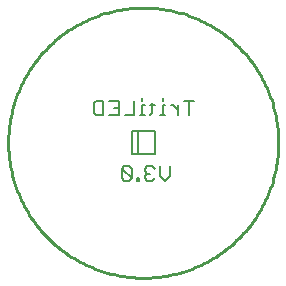
<source format=gbo>
G75*
%MOIN*%
%OFA0B0*%
%FSLAX25Y25*%
%IPPOS*%
%LPD*%
%AMOC8*
5,1,8,0,0,1.08239X$1,22.5*
%
%ADD10C,0.01000*%
%ADD11C,0.00700*%
%ADD12C,0.00500*%
D10*
X0001600Y0047850D02*
X0001614Y0048954D01*
X0001654Y0050058D01*
X0001722Y0051160D01*
X0001817Y0052261D01*
X0001938Y0053358D01*
X0002087Y0054453D01*
X0002263Y0055543D01*
X0002465Y0056629D01*
X0002693Y0057710D01*
X0002949Y0058784D01*
X0003230Y0059852D01*
X0003538Y0060913D01*
X0003871Y0061966D01*
X0004231Y0063010D01*
X0004615Y0064045D01*
X0005025Y0065071D01*
X0005461Y0066086D01*
X0005920Y0067090D01*
X0006405Y0068083D01*
X0006914Y0069063D01*
X0007446Y0070030D01*
X0008002Y0070985D01*
X0008582Y0071925D01*
X0009184Y0072851D01*
X0009809Y0073761D01*
X0010456Y0074656D01*
X0011124Y0075535D01*
X0011815Y0076398D01*
X0012526Y0077243D01*
X0013257Y0078070D01*
X0014009Y0078879D01*
X0014780Y0079670D01*
X0015571Y0080441D01*
X0016380Y0081193D01*
X0017207Y0081924D01*
X0018052Y0082635D01*
X0018915Y0083326D01*
X0019794Y0083994D01*
X0020689Y0084641D01*
X0021599Y0085266D01*
X0022525Y0085868D01*
X0023465Y0086448D01*
X0024420Y0087004D01*
X0025387Y0087536D01*
X0026367Y0088045D01*
X0027360Y0088530D01*
X0028364Y0088989D01*
X0029379Y0089425D01*
X0030405Y0089835D01*
X0031440Y0090219D01*
X0032484Y0090579D01*
X0033537Y0090912D01*
X0034598Y0091220D01*
X0035666Y0091501D01*
X0036740Y0091757D01*
X0037821Y0091985D01*
X0038907Y0092187D01*
X0039997Y0092363D01*
X0041092Y0092512D01*
X0042189Y0092633D01*
X0043290Y0092728D01*
X0044392Y0092796D01*
X0045496Y0092836D01*
X0046600Y0092850D01*
X0047704Y0092836D01*
X0048808Y0092796D01*
X0049910Y0092728D01*
X0051011Y0092633D01*
X0052108Y0092512D01*
X0053203Y0092363D01*
X0054293Y0092187D01*
X0055379Y0091985D01*
X0056460Y0091757D01*
X0057534Y0091501D01*
X0058602Y0091220D01*
X0059663Y0090912D01*
X0060716Y0090579D01*
X0061760Y0090219D01*
X0062795Y0089835D01*
X0063821Y0089425D01*
X0064836Y0088989D01*
X0065840Y0088530D01*
X0066833Y0088045D01*
X0067813Y0087536D01*
X0068780Y0087004D01*
X0069735Y0086448D01*
X0070675Y0085868D01*
X0071601Y0085266D01*
X0072511Y0084641D01*
X0073406Y0083994D01*
X0074285Y0083326D01*
X0075148Y0082635D01*
X0075993Y0081924D01*
X0076820Y0081193D01*
X0077629Y0080441D01*
X0078420Y0079670D01*
X0079191Y0078879D01*
X0079943Y0078070D01*
X0080674Y0077243D01*
X0081385Y0076398D01*
X0082076Y0075535D01*
X0082744Y0074656D01*
X0083391Y0073761D01*
X0084016Y0072851D01*
X0084618Y0071925D01*
X0085198Y0070985D01*
X0085754Y0070030D01*
X0086286Y0069063D01*
X0086795Y0068083D01*
X0087280Y0067090D01*
X0087739Y0066086D01*
X0088175Y0065071D01*
X0088585Y0064045D01*
X0088969Y0063010D01*
X0089329Y0061966D01*
X0089662Y0060913D01*
X0089970Y0059852D01*
X0090251Y0058784D01*
X0090507Y0057710D01*
X0090735Y0056629D01*
X0090937Y0055543D01*
X0091113Y0054453D01*
X0091262Y0053358D01*
X0091383Y0052261D01*
X0091478Y0051160D01*
X0091546Y0050058D01*
X0091586Y0048954D01*
X0091600Y0047850D01*
X0091586Y0046746D01*
X0091546Y0045642D01*
X0091478Y0044540D01*
X0091383Y0043439D01*
X0091262Y0042342D01*
X0091113Y0041247D01*
X0090937Y0040157D01*
X0090735Y0039071D01*
X0090507Y0037990D01*
X0090251Y0036916D01*
X0089970Y0035848D01*
X0089662Y0034787D01*
X0089329Y0033734D01*
X0088969Y0032690D01*
X0088585Y0031655D01*
X0088175Y0030629D01*
X0087739Y0029614D01*
X0087280Y0028610D01*
X0086795Y0027617D01*
X0086286Y0026637D01*
X0085754Y0025670D01*
X0085198Y0024715D01*
X0084618Y0023775D01*
X0084016Y0022849D01*
X0083391Y0021939D01*
X0082744Y0021044D01*
X0082076Y0020165D01*
X0081385Y0019302D01*
X0080674Y0018457D01*
X0079943Y0017630D01*
X0079191Y0016821D01*
X0078420Y0016030D01*
X0077629Y0015259D01*
X0076820Y0014507D01*
X0075993Y0013776D01*
X0075148Y0013065D01*
X0074285Y0012374D01*
X0073406Y0011706D01*
X0072511Y0011059D01*
X0071601Y0010434D01*
X0070675Y0009832D01*
X0069735Y0009252D01*
X0068780Y0008696D01*
X0067813Y0008164D01*
X0066833Y0007655D01*
X0065840Y0007170D01*
X0064836Y0006711D01*
X0063821Y0006275D01*
X0062795Y0005865D01*
X0061760Y0005481D01*
X0060716Y0005121D01*
X0059663Y0004788D01*
X0058602Y0004480D01*
X0057534Y0004199D01*
X0056460Y0003943D01*
X0055379Y0003715D01*
X0054293Y0003513D01*
X0053203Y0003337D01*
X0052108Y0003188D01*
X0051011Y0003067D01*
X0049910Y0002972D01*
X0048808Y0002904D01*
X0047704Y0002864D01*
X0046600Y0002850D01*
X0045496Y0002864D01*
X0044392Y0002904D01*
X0043290Y0002972D01*
X0042189Y0003067D01*
X0041092Y0003188D01*
X0039997Y0003337D01*
X0038907Y0003513D01*
X0037821Y0003715D01*
X0036740Y0003943D01*
X0035666Y0004199D01*
X0034598Y0004480D01*
X0033537Y0004788D01*
X0032484Y0005121D01*
X0031440Y0005481D01*
X0030405Y0005865D01*
X0029379Y0006275D01*
X0028364Y0006711D01*
X0027360Y0007170D01*
X0026367Y0007655D01*
X0025387Y0008164D01*
X0024420Y0008696D01*
X0023465Y0009252D01*
X0022525Y0009832D01*
X0021599Y0010434D01*
X0020689Y0011059D01*
X0019794Y0011706D01*
X0018915Y0012374D01*
X0018052Y0013065D01*
X0017207Y0013776D01*
X0016380Y0014507D01*
X0015571Y0015259D01*
X0014780Y0016030D01*
X0014009Y0016821D01*
X0013257Y0017630D01*
X0012526Y0018457D01*
X0011815Y0019302D01*
X0011124Y0020165D01*
X0010456Y0021044D01*
X0009809Y0021939D01*
X0009184Y0022849D01*
X0008582Y0023775D01*
X0008002Y0024715D01*
X0007446Y0025670D01*
X0006914Y0026637D01*
X0006405Y0027617D01*
X0005920Y0028610D01*
X0005461Y0029614D01*
X0005025Y0030629D01*
X0004615Y0031655D01*
X0004231Y0032690D01*
X0003871Y0033734D01*
X0003538Y0034787D01*
X0003230Y0035848D01*
X0002949Y0036916D01*
X0002693Y0037990D01*
X0002465Y0039071D01*
X0002263Y0040157D01*
X0002087Y0041247D01*
X0001938Y0042342D01*
X0001817Y0043439D01*
X0001722Y0044540D01*
X0001654Y0045642D01*
X0001614Y0046746D01*
X0001600Y0047850D01*
D11*
X0039387Y0035917D02*
X0040204Y0035100D01*
X0041839Y0035100D01*
X0042656Y0035917D01*
X0039387Y0039187D01*
X0039387Y0035917D01*
X0042656Y0035917D02*
X0042656Y0039187D01*
X0041839Y0040004D01*
X0040204Y0040004D01*
X0039387Y0039187D01*
X0044417Y0035917D02*
X0044417Y0035100D01*
X0045235Y0035100D01*
X0045235Y0035917D01*
X0044417Y0035917D01*
X0047122Y0035917D02*
X0047939Y0035100D01*
X0049574Y0035100D01*
X0050391Y0035917D01*
X0052278Y0036735D02*
X0052278Y0040004D01*
X0050391Y0039187D02*
X0049574Y0040004D01*
X0047939Y0040004D01*
X0047122Y0039187D01*
X0047122Y0038369D01*
X0047939Y0037552D01*
X0047122Y0036735D01*
X0047122Y0035917D01*
X0047939Y0037552D02*
X0048756Y0037552D01*
X0052278Y0036735D02*
X0053913Y0035100D01*
X0055547Y0036735D01*
X0055547Y0040004D01*
X0053907Y0056975D02*
X0052272Y0056975D01*
X0053090Y0056975D02*
X0053090Y0060244D01*
X0053907Y0060244D01*
X0055752Y0060244D02*
X0056569Y0060244D01*
X0058204Y0058610D01*
X0058204Y0060244D02*
X0058204Y0056975D01*
X0061726Y0056975D02*
X0061726Y0061879D01*
X0063360Y0061879D02*
X0060091Y0061879D01*
X0053090Y0061879D02*
X0053090Y0062697D01*
X0049652Y0061062D02*
X0049652Y0057792D01*
X0048835Y0056975D01*
X0047032Y0056975D02*
X0045397Y0056975D01*
X0046214Y0056975D02*
X0046214Y0060244D01*
X0047032Y0060244D01*
X0048835Y0060244D02*
X0050469Y0060244D01*
X0046214Y0061879D02*
X0046214Y0062697D01*
X0043594Y0061879D02*
X0043594Y0056975D01*
X0040325Y0056975D01*
X0038438Y0056975D02*
X0035168Y0056975D01*
X0033281Y0056975D02*
X0030829Y0056975D01*
X0030012Y0057792D01*
X0030012Y0061062D01*
X0030829Y0061879D01*
X0033281Y0061879D01*
X0033281Y0056975D01*
X0036803Y0059427D02*
X0038438Y0059427D01*
X0038438Y0061879D02*
X0038438Y0056975D01*
X0038438Y0061879D02*
X0035168Y0061879D01*
D12*
X0042663Y0051787D02*
X0042663Y0043913D01*
X0044927Y0043913D01*
X0044927Y0051787D01*
X0042663Y0051787D01*
X0044927Y0051787D02*
X0050537Y0051787D01*
X0050537Y0043913D01*
X0044927Y0043913D01*
M02*

</source>
